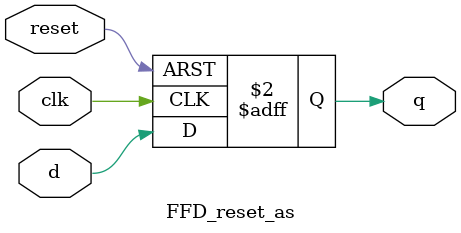
<source format=v>
module FFD_reset_as (
    input d, reset, clk,
    output reg q
);
    always @(posedge clk, posedge reset) begin
        if (reset) begin
            q<=1'b0;
        end
        else begin
            q<=d;
        end
    end
endmodule
</source>
